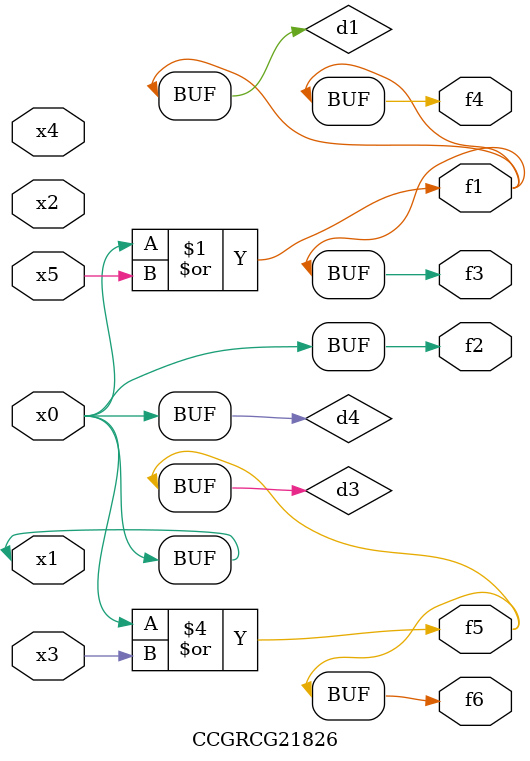
<source format=v>
module CCGRCG21826(
	input x0, x1, x2, x3, x4, x5,
	output f1, f2, f3, f4, f5, f6
);

	wire d1, d2, d3, d4;

	or (d1, x0, x5);
	xnor (d2, x1, x4);
	or (d3, x0, x3);
	buf (d4, x0, x1);
	assign f1 = d1;
	assign f2 = d4;
	assign f3 = d1;
	assign f4 = d1;
	assign f5 = d3;
	assign f6 = d3;
endmodule

</source>
